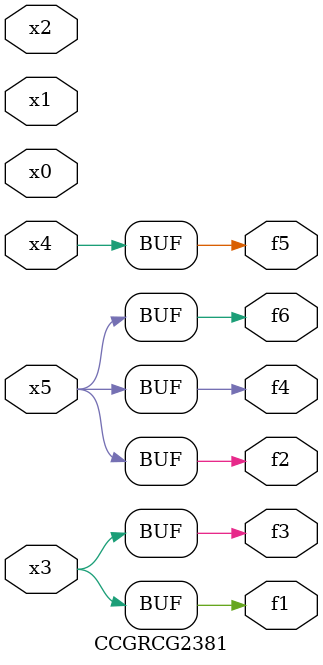
<source format=v>
module CCGRCG2381(
	input x0, x1, x2, x3, x4, x5,
	output f1, f2, f3, f4, f5, f6
);
	assign f1 = x3;
	assign f2 = x5;
	assign f3 = x3;
	assign f4 = x5;
	assign f5 = x4;
	assign f6 = x5;
endmodule

</source>
